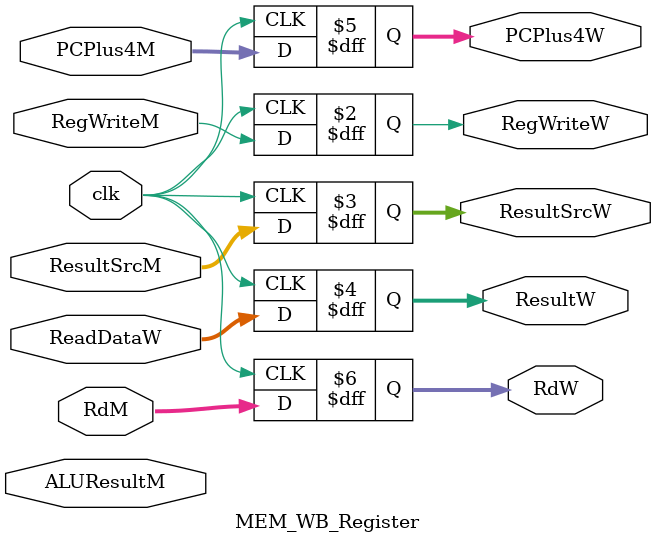
<source format=v>
module MEM_WB_Register(
  input wire clk,
  input wire RegWriteM,
  input wire [1:0] ResultSrcM,
  input wire [31:0] ReadDataW, ALUResultM, PCPlus4M,
  input wire [4:0] RdM,
  output reg RegWriteW,
  output reg [1:0] ResultSrcW,
  output reg [31:0] ResultW, PCPlus4W,
  output reg [4:0] RdW
);
  always @(posedge clk) begin
    RegWriteW <= RegWriteM;
    ResultSrcW <= ResultSrcM;
    ResultW <= ReadDataW;  // selected later via Mux3to1
    PCPlus4W <= PCPlus4M;
    RdW <= RdM;
  end
endmodule

</source>
